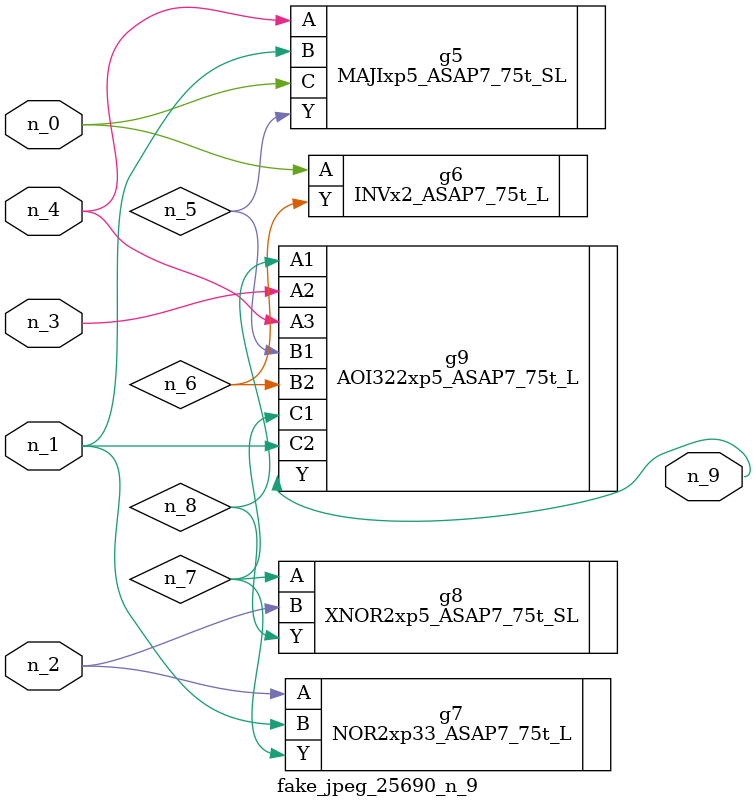
<source format=v>
module fake_jpeg_25690_n_9 (n_3, n_2, n_1, n_0, n_4, n_9);

input n_3;
input n_2;
input n_1;
input n_0;
input n_4;

output n_9;

wire n_8;
wire n_6;
wire n_5;
wire n_7;

MAJIxp5_ASAP7_75t_SL g5 ( 
.A(n_4),
.B(n_1),
.C(n_0),
.Y(n_5)
);

INVx2_ASAP7_75t_L g6 ( 
.A(n_0),
.Y(n_6)
);

NOR2xp33_ASAP7_75t_L g7 ( 
.A(n_2),
.B(n_1),
.Y(n_7)
);

XNOR2xp5_ASAP7_75t_SL g8 ( 
.A(n_7),
.B(n_2),
.Y(n_8)
);

AOI322xp5_ASAP7_75t_L g9 ( 
.A1(n_8),
.A2(n_3),
.A3(n_4),
.B1(n_5),
.B2(n_6),
.C1(n_7),
.C2(n_1),
.Y(n_9)
);


endmodule
</source>
